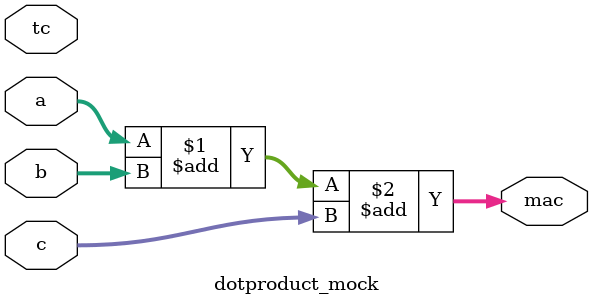
<source format=v>
module dotproduct_mock (
  input wire signed [15:0] a,
  input wire signed [15:0] b,
  input wire signed [31:0] c,
  input wire tc,

  output wire signed [31:0] mac
);

  assign mac = a + b + c;

endmodule

</source>
